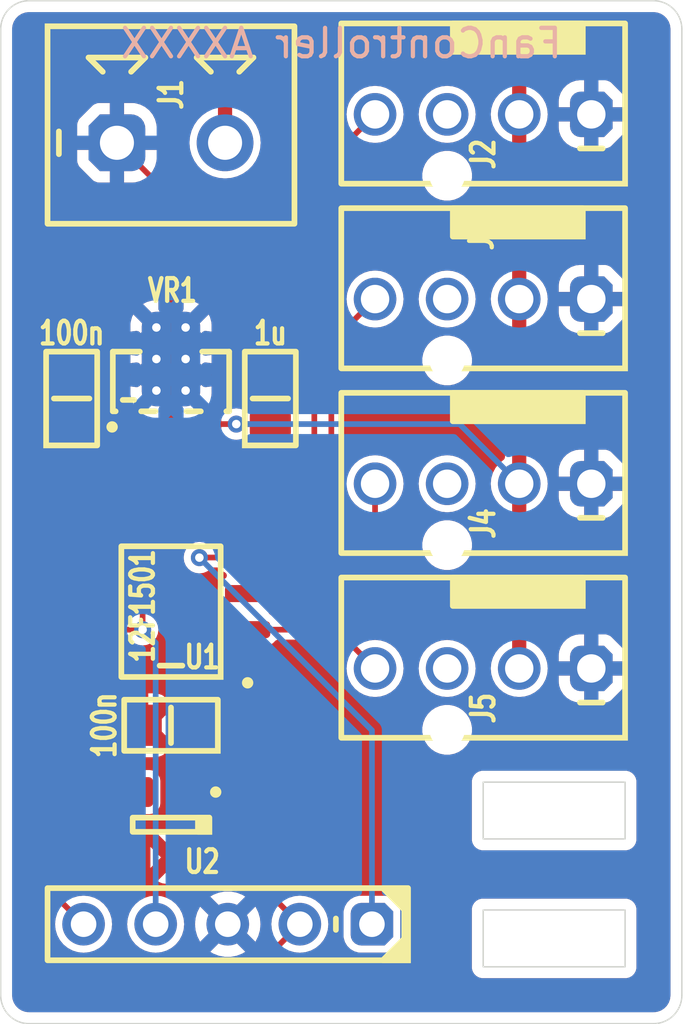
<source format=kicad_pcb>
(kicad_pcb (version 20240108) (generator "pcbnew") (generator_version "8.0")
  (layers (0 "F.Cu" signal) (31 "B.Cu" signal) (34 "B.Paste" user) (35 "F.Paste" user) (36 "B.SilkS" user "B.Silkscreen") (37 "F.SilkS" user "F.Silkscreen") (38 "B.Mask" user) (39 "F.Mask" user) (44 "Edge.Cuts" user))
  (net 0 "")
  (net 1 "GND")
  (net 2 "ICSP_VPP")
  (net 3 "+12V")
  (net 4 "OUT_PWM3")
  (net 5 "OUT_PWM4")
  (net 6 "OUT_PWM2")
  (net 7 "OUT_PWM1")
  (net 8 "ADC_TEMPERATURE")
  (net 9 "+5V")
  (footprint "Medo64:C (0805)" (layer "F.Cu") (at 21 40.5 180)
    (property "Reference" "C1" (hide yes))
    (property "Value" "100n" (at 2.35 0 90) (layer "F.SilkS") (effects (font (size 0.8 0.6) (thickness 0.15) (bold yes))))
    (fp_line (start 0 -0.625) (end 0 0.625) (stroke (width 0.2)) (layer "F.SilkS"))
    (fp_rect (start -1.65 -0.9) (end 1.65 0.9) (stroke (width 0.2)) (fill none) (layer "F.SilkS"))
    (pad "1" smd roundrect (at -0.9 0 180) (size 1.15 1.45) (layers "F.Cu" "F.Paste" "F.Mask") (net 9 "+5V"))
    (pad "2" smd roundrect (at 0.9 0 180) (size 1.15 1.45) (layers "F.Cu" "F.Paste" "F.Mask") (net 1 "GND"))
  )
  (footprint "Medo64:C (0805)" (layer "F.Cu") (at 17.5 29 90)
    (property "Reference" "C2" (hide yes))
    (property "Value" "100n" (at 2.3 0 180) (layer "F.SilkS") (effects (font (size 0.8 0.6) (thickness 0.15) (bold yes))))
    (fp_line (start 0 -0.625) (end 0 0.625) (stroke (width 0.2)) (layer "F.SilkS"))
    (fp_rect (start -1.65 -0.9) (end 1.65 0.9) (stroke (width 0.2)) (fill none) (layer "F.SilkS"))
    (pad "1" smd roundrect (at -0.9 0 90) (size 1.15 1.45) (layers "F.Cu" "F.Paste" "F.Mask") (net 9 "+5V"))
    (pad "2" smd roundrect (at 0.9 0 90) (size 1.15 1.45) (layers "F.Cu" "F.Paste" "F.Mask") (net 1 "GND"))
  )
  (footprint "Medo64:J Molex 047053 [Fan] (4w)" (layer "F.Cu") (at 32 19 180)
    (property "Reference" "J2" (at 0 -1.4 90) (layer "F.SilkS") (effects (font (size 0.8 0.6) (thickness 0.15) (bold yes))))
    (property "Value" "Fan")
    (fp_line (start -4.21 -1.2) (end -3.41 -1.2) (stroke (width 0.2)) (layer "F.SilkS"))
    (fp_rect (start -3.51 2.2) (end 1.07 3.2) (stroke (width 0.2)) (fill solid) (layer "F.SilkS"))
    (fp_rect (start -5 -2.44) (end 5 3.2) (stroke (width 0.2)) (fill none) (layer "F.SilkS"))
    (pad "" np_thru_hole circle (at 1.27 -2.16 180) (size 1.25 1.25) (drill 1.25) (layers "F&B.Cu" "*.Mask"))
    (pad "1" thru_hole roundrect (at -3.81 0 180) (size 1.5 1.6) (drill 1) (layers "*.Cu" "*.Mask") (chamfer_ratio 0.2) (chamfer top_left bottom_left) (net 1 "GND"))
    (pad "2" thru_hole circle (at -1.27 0 180) (size 1.5 1.5) (drill 1) (layers "*.Cu" "*.Mask") (net 3 "+12V"))
    (pad "3" thru_hole circle (at 1.27 0 180) (size 1.5 1.5) (drill 1) (layers "*.Cu" "*.Mask"))
    (pad "4" thru_hole circle (at 3.81 0 180) (size 1.5 1.5) (drill 1) (layers "*.Cu" "*.Mask") (net 7 "OUT_PWM1"))
  )
  (footprint "Medo64:ICSP PIC Pogo (5w)" (layer "F.Cu") (at 23 47.5 180)
    (property "Reference" "ICSP" (hide yes))
    (property "Value" "Microchip PIC" (hide yes))
    (fp_line (start -3.81 -0.2) (end -3.81 0.2) (stroke (width 0.2)) (layer "F.SilkS"))
    (fp_rect (start -6.35 -1.27) (end 6.35 1.27) (stroke (width 0.2)) (fill none) (layer "F.SilkS"))
    (fp_poly (pts (xy -6.223 -0.508) (xy -5.461 -1.27) (xy -6.35 -1.27) (xy -6.35 1.27) (xy -5.461 1.27) (xy -6.223 0.508)) (stroke (width 0.2)) (fill solid) (layer "F.SilkS"))
    (pad "1" thru_hole roundrect (at -5.08 0 180) (size 1.5 1.5) (drill 0.9) (layers "*.Cu" "*.Mask") (chamfer_ratio 0.2) (chamfer top_left bottom_left) (net 2 "ICSP_VPP"))
    (pad "2" thru_hole circle (at -2.54 0 180) (size 1.5 1.5) (drill 0.9) (layers "*.Cu" "*.Mask") (net 9 "+5V"))
    (pad "3" thru_hole circle (at 0 0 180) (size 1.5 1.5) (drill 0.9) (layers "*.Cu" "*.Mask") (net 1 "GND"))
    (pad "4" thru_hole circle (at 2.54 0 180) (size 1.5 1.5) (drill 0.9) (layers "*.Cu" "*.Mask") (net 6 "OUT_PWM2"))
    (pad "5" thru_hole circle (at 5.08 0 180) (size 1.5 1.5) (drill 0.9) (layers "*.Cu" "*.Mask") (net 8 "ADC_TEMPERATURE"))
  )
  (footprint "Medo64:U Micro [PIC12F1501] (SOIC-8)" (layer "F.Cu") (at 21 36.5 180)
    (property "Reference" "U1" (at -1.1 -1.6 180) (layer "F.SilkS") (effects (font (size 0.8 0.6))))
    (property "Value" "12F1501" (at 1 0.2 90) (layer "F.SilkS") (effects (font (size 0.8 0.6))))
    (fp_line (start -0.4 -1.9) (end 0.4 -1.9) (stroke (width 0.2)) (layer "F.SilkS"))
    (fp_rect (start -1.75 -2.3) (end 1.75 2.3) (stroke (width 0.2)) (fill none) (layer "F.SilkS"))
    (fp_circle (center -2.7 -2.505) (end -2.55 -2.505) (stroke (width 0.1)) (fill solid) (layer "F.SilkS"))
    (pad "1" smd roundrect (at -2.7 -1.905 180) (size 1.6 0.6) (layers "F.Cu" "F.Paste" "F.Mask") (chamfer_ratio 0.2) (chamfer top_left top_right) (net 9 "+5V"))
    (pad "2" smd roundrect (at -2.7 -0.635 180) (size 1.6 0.6) (layers "F.Cu" "F.Paste" "F.Mask") (net 5 "OUT_PWM4"))
    (pad "3" smd roundrect (at -2.7 0.635 180) (size 1.6 0.6) (layers "F.Cu" "F.Paste" "F.Mask") (net 4 "OUT_PWM3"))
    (pad "4" smd roundrect (at -2.7 1.905 180) (size 1.6 0.6) (layers "F.Cu" "F.Paste" "F.Mask") (net 2 "ICSP_VPP"))
    (pad "5" smd roundrect (at 2.7 1.905 180) (size 1.6 0.6) (layers "F.Cu" "F.Paste" "F.Mask") (net 7 "OUT_PWM1"))
    (pad "6" smd roundrect (at 2.7 0.635 180) (size 1.6 0.6) (layers "F.Cu" "F.Paste" "F.Mask") (net 8 "ADC_TEMPERATURE"))
    (pad "7" smd roundrect (at 2.7 -0.635 180) (size 1.6 0.6) (layers "F.Cu" "F.Paste" "F.Mask") (net 6 "OUT_PWM2"))
    (pad "8" smd roundrect (at 2.7 -1.905 180) (size 1.6 0.6) (layers "F.Cu" "F.Paste" "F.Mask") (net 1 "GND"))
  )
  (footprint "Medo64:J Molex 047053 [Fan] (4w)" (layer "F.Cu") (at 32 32 180)
    (property "Reference" "J4" (at 0 -1.4 90) (layer "F.SilkS") (effects (font (size 0.8 0.6) (thickness 0.15) (bold yes))))
    (property "Value" "Fan")
    (fp_line (start -4.21 -1.2) (end -3.41 -1.2) (stroke (width 0.2)) (layer "F.SilkS"))
    (fp_rect (start -3.51 2.2) (end 1.07 3.2) (stroke (width 0.2)) (fill solid) (layer "F.SilkS"))
    (fp_rect (start -5 -2.44) (end 5 3.2) (stroke (width 0.2)) (fill none) (layer "F.SilkS"))
    (pad "" np_thru_hole circle (at 1.27 -2.16 180) (size 1.25 1.25) (drill 1.25) (layers "F&B.Cu" "*.Mask"))
    (pad "1" thru_hole roundrect (at -3.81 0 180) (size 1.5 1.6) (drill 1) (layers "*.Cu" "*.Mask") (chamfer_ratio 0.2) (chamfer top_left bottom_left) (net 1 "GND"))
    (pad "2" thru_hole circle (at -1.27 0 180) (size 1.5 1.5) (drill 1) (layers "*.Cu" "*.Mask") (net 3 "+12V"))
    (pad "3" thru_hole circle (at 1.27 0 180) (size 1.5 1.5) (drill 1) (layers "*.Cu" "*.Mask"))
    (pad "4" thru_hole circle (at 3.81 0 180) (size 1.5 1.5) (drill 1) (layers "*.Cu" "*.Mask") (net 4 "OUT_PWM3"))
  )
  (footprint "Medo64:U Temperature Analog [MCP9701] (SOT23-3)" (layer "F.Cu") (at 21 44 180)
    (property "Reference" "U2" (at -1.1 -1.3 180) (layer "F.SilkS") (effects (font (size 0.8 0.6))))
    (property "Value" "MCP9701A" (hide yes))
    (fp_rect (start -1.35 -0.25) (end 1.35 0.25) (stroke (width 0.2)) (fill none) (layer "F.SilkS"))
    (fp_rect (start -1.35 -0.25) (end -0.95 0.25) (stroke (width 0.2)) (fill solid) (layer "F.SilkS"))
    (fp_circle (center -1.575 1.15) (end -1.425 1.15) (stroke (width 0.1)) (fill solid) (layer "F.SilkS"))
    (pad "1" smd roundrect (at -0.95 1.15 180) (size 0.65 1.05) (layers "F.Cu" "F.Paste" "F.Mask") (chamfer_ratio 0.2) (chamfer top_left bottom_left) (net 9 "+5V"))
    (pad "2" smd roundrect (at 0.95 1.15 180) (size 0.65 1.05) (layers "F.Cu" "F.Paste" "F.Mask") (net 8 "ADC_TEMPERATURE"))
    (pad "3" smd roundrect (at 0 -1.15 180) (size 0.65 1.05) (layers "F.Cu" "F.Paste" "F.Mask") (net 1 "GND"))
  )
  (footprint "Medo64:J Phoenix MCV (2w)" (layer "F.Cu") (at 21 20)
    (property "Reference" "J1" (at 0 -1.7 90) (layer "F.SilkS") (effects (font (size 0.8 0.6) (thickness 0.15) (bold yes))))
    (property "Value" "MC 1,5/2")
    (fp_line (start -3.95 -0.4) (end -3.95 0.4) (stroke (width 0.2)) (layer "F.SilkS"))
    (fp_line (start -2.905 -3) (end -2.405 -2.5) (stroke (width 0.2)) (layer "F.SilkS"))
    (fp_line (start -2.905 -3) (end -0.905 -3) (stroke (width 0.2)) (layer "F.SilkS"))
    (fp_line (start -0.905 -3) (end -1.405 -2.5) (stroke (width 0.2)) (layer "F.SilkS"))
    (fp_line (start 0.905 -3) (end 1.405 -2.5) (stroke (width 0.2)) (layer "F.SilkS"))
    (fp_line (start 0.905 -3) (end 2.905 -3) (stroke (width 0.2)) (layer "F.SilkS"))
    (fp_line (start 2.905 -3) (end 2.405 -2.5) (stroke (width 0.2)) (layer "F.SilkS"))
    (fp_rect (start -4.35 -4.1) (end 4.35 2.85) (stroke (width 0.2)) (fill none) (layer "F.SilkS"))
    (pad "1" thru_hole roundrect (at -1.905 0) (size 2 2) (drill 1.2) (layers "*.Cu" "*.Mask") (chamfer_ratio 0.2) (chamfer top_left bottom_left) (net 1 "GND"))
    (pad "2" thru_hole circle (at 1.905 0) (size 2 2) (drill 1.2) (layers "*.Cu" "*.Mask") (net 3 "+12V"))
  )
  (footprint "Medo64:J Molex 047053 [Fan] (4w)" (layer "F.Cu") (at 32 38.5 180)
    (property "Reference" "J5" (at 0 -1.4 90) (layer "F.SilkS") (effects (font (size 0.8 0.6) (thickness 0.15) (bold yes))))
    (property "Value" "Fan")
    (fp_line (start -4.21 -1.2) (end -3.41 -1.2) (stroke (width 0.2)) (layer "F.SilkS"))
    (fp_rect (start -3.51 2.2) (end 1.07 3.2) (stroke (width 0.2)) (fill solid) (layer "F.SilkS"))
    (fp_rect (start -5 -2.44) (end 5 3.2) (stroke (width 0.2)) (fill none) (layer "F.SilkS"))
    (pad "" np_thru_hole circle (at 1.27 -2.16 180) (size 1.25 1.25) (drill 1.25) (layers "F&B.Cu" "*.Mask"))
    (pad "1" thru_hole roundrect (at -3.81 0 180) (size 1.5 1.6) (drill 1) (layers "*.Cu" "*.Mask") (chamfer_ratio 0.2) (chamfer top_left bottom_left) (net 1 "GND"))
    (pad "2" thru_hole circle (at -1.27 0 180) (size 1.5 1.5) (drill 1) (layers "*.Cu" "*.Mask") (net 3 "+12V"))
    (pad "3" thru_hole circle (at 1.27 0 180) (size 1.5 1.5) (drill 1) (layers "*.Cu" "*.Mask"))
    (pad "4" thru_hole circle (at 3.81 0 180) (size 1.5 1.5) (drill 1) (layers "*.Cu" "*.Mask") (net 5 "OUT_PWM4"))
  )
  (footprint "Medo64:C (0805)" (layer "F.Cu") (at 24.5 29 90)
    (property "Reference" "C3" (hide yes))
    (property "Value" "1u" (at 2.3 0 360) (layer "F.SilkS") (effects (font (size 0.8 0.6) (thickness 0.15) (bold yes))))
    (fp_line (start 0 -0.625) (end 0 0.625) (stroke (width 0.2)) (layer "F.SilkS"))
    (fp_rect (start -1.65 -0.9) (end 1.65 0.9) (stroke (width 0.2)) (fill none) (layer "F.SilkS"))
    (pad "1" smd roundrect (at -0.9 0 90) (size 1.15 1.45) (layers "F.Cu" "F.Paste" "F.Mask") (net 3 "+12V"))
    (pad "2" smd roundrect (at 0.9 0 90) (size 1.15 1.45) (layers "F.Cu" "F.Paste" "F.Mask") (net 1 "GND"))
  )
  (footprint "Medo64:J Molex 047053 [Fan] (4w)" (layer "F.Cu") (at 32 25.5 180)
    (property "Reference" "J3" (at 0.06 2.25 90) (layer "F.SilkS") (effects (font (size 0.8 0.6) (thickness 0.15) (bold yes))))
    (property "Value" "Fan")
    (fp_line (start -4.21 -1.2) (end -3.41 -1.2) (stroke (width 0.2)) (layer "F.SilkS"))
    (fp_rect (start -3.51 2.2) (end 1.07 3.2) (stroke (width 0.2)) (fill solid) (layer "F.SilkS"))
    (fp_rect (start -5 -2.44) (end 5 3.2) (stroke (width 0.2)) (fill none) (layer "F.SilkS"))
    (pad "" np_thru_hole circle (at 1.27 -2.16 180) (size 1.25 1.25) (drill 1.25) (layers "F&B.Cu" "*.Mask"))
    (pad "1" thru_hole roundrect (at -3.81 0 180) (size 1.5 1.6) (drill 1) (layers "*.Cu" "*.Mask") (chamfer_ratio 0.2) (chamfer top_left bottom_left) (net 1 "GND"))
    (pad "2" thru_hole circle (at -1.27 0 180) (size 1.5 1.5) (drill 1) (layers "*.Cu" "*.Mask") (net 3 "+12V"))
    (pad "3" thru_hole circle (at 1.27 0 180) (size 1.5 1.5) (drill 1) (layers "*.Cu" "*.Mask"))
    (pad "4" thru_hole circle (at 3.81 0 180) (size 1.5 1.5) (drill 1) (layers "*.Cu" "*.Mask") (net 6 "OUT_PWM2"))
  )
  (footprint "Medo64:VR Linear 5V 100mA [AS78L05RTR-E1] (SOT89-3')" (layer "F.Cu") (at 21 30)
    (property "Reference" "VR1" (at 0.05 -4.8 180) (layer "F.SilkS") (effects (font (size 0.8 0.6))))
    (property "Value" "AS78L05RTR" (hide yes))
    (fp_line (start -2.05 -2.65) (end -1.1 -2.65) (stroke (width 0.2)) (layer "F.SilkS"))
    (fp_line (start -2.05 -0.55) (end -2.05 -2.65) (stroke (width 0.2)) (layer "F.SilkS"))
    (fp_line (start -2.05 -0.55) (end -1.95 -0.55) (stroke (width 0.2)) (layer "F.SilkS"))
    (fp_line (start -1.3 -0.95) (end -1.7 -0.95) (stroke (width 0.2)) (layer "F.SilkS"))
    (fp_line (start -1.05 -0.55) (end -0.55 -0.55) (stroke (width 0.2)) (layer "F.SilkS"))
    (fp_line (start 1.05 -0.55) (end 0.55 -0.55) (stroke (width 0.2)) (layer "F.SilkS"))
    (fp_line (start 2.05 -2.65) (end 1.1 -2.65) (stroke (width 0.2)) (layer "F.SilkS"))
    (fp_line (start 2.05 -0.55) (end 1.95 -0.55) (stroke (width 0.2)) (layer "F.SilkS"))
    (fp_line (start 2.05 -0.55) (end 2.05 -2.65) (stroke (width 0.2)) (layer "F.SilkS"))
    (fp_circle (center -2.075 0) (end -1.925 0) (stroke (width 0.1)) (fill solid) (layer "F.SilkS"))
    (pad "1" smd roundrect (at -1.5 0) (size 0.55 1.3) (layers "F.Cu" "F.Paste" "F.Mask") (chamfer_ratio 0.2) (chamfer top_left bottom_left) (net 9 "+5V"))
    (pad "2" thru_hole roundrect (at -0.515 -3.5) (size 1.03 1.11) (drill 0.3) (layers "*.Cu" "F.Paste" "F.Mask") (roundrect_rratio 0.5) (chamfer_ratio 0) (chamfer top_right bottom_left bottom_right) (net 1 "GND"))
    (pad "2" thru_hole rect (at -0.515 -2.39) (size 1.03 1.11) (drill 0.3) (layers "*.Cu" "F.Paste" "F.Mask") (net 1 "GND"))
    (pad "2" thru_hole roundrect (at -0.515 -1.28) (size 1.03 1.11) (drill 0.3) (layers "*.Cu" "F.Paste" "F.Mask") (roundrect_rratio 0.5) (chamfer_ratio 0) (chamfer top_left top_right bottom_right) (net 1 "GND"))
    (pad "2" smd roundrect (at 0 -0.2) (size 0.8 1.7) (layers "F.Cu" "F.Paste" "F.Mask") (net 1 "GND"))
    (pad "2" thru_hole roundrect (at 0.515 -3.5) (size 1.03 1.11) (drill 0.3) (layers "*.Cu" "F.Paste" "F.Mask") (roundrect_rratio 0.5) (chamfer_ratio 0) (chamfer top_left bottom_left bottom_right) (net 1 "GND"))
    (pad "2" thru_hole rect (at 0.515 -2.39) (size 1.03 1.11) (drill 0.3) (layers "*.Cu" "F.Paste" "F.Mask") (net 1 "GND"))
    (pad "2" thru_hole roundrect (at 0.515 -1.28) (size 1.03 1.11) (drill 0.3) (layers "*.Cu" "F.Paste" "F.Mask") (roundrect_rratio 0.5) (chamfer_ratio 0) (chamfer top_left top_right bottom_left) (net 1 "GND"))
    (pad "3" smd roundrect (at 1.5 0) (size 0.55 1.3) (layers "F.Cu" "F.Paste" "F.Mask") (chamfer_ratio 0.2) (chamfer) (net 3 "+12V"))
  )
  (gr_arc (start 39 50) (mid 38.707107 50.707107) (end 38 51) (stroke (width 0.05)) (layer "Edge.Cuts"))
  (gr_rect (start 32 47) (end 37 49) (stroke (width 0.05)) (fill none) (layer "Edge.Cuts"))
  (gr_arc (start 16 51) (mid 15.292893 50.707107) (end 15 50) (stroke (width 0.05)) (layer "Edge.Cuts"))
  (gr_rect (start 32 42.5) (end 37 44.5) (stroke (width 0.05)) (fill none) (layer "Edge.Cuts"))
  (gr_arc (start 15 16) (mid 15.292893 15.292893) (end 16 15) (stroke (width 0.05)) (layer "Edge.Cuts"))
  (gr_line (start 39 16) (end 39 50) (stroke (width 0.05)) (layer "Edge.Cuts"))
  (gr_line (start 15 16) (end 15 50) (stroke (width 0.05)) (layer "Edge.Cuts"))
  (gr_line (start 16 51) (end 38 51) (stroke (width 0.05)) (layer "Edge.Cuts"))
  (gr_arc (start 38 15) (mid 38.707107 15.292893) (end 39 16) (stroke (width 0.05)) (layer "Edge.Cuts"))
  (gr_line (start 16 15) (end 38 15) (stroke (width 0.05)) (layer "Edge.Cuts"))
  (gr_text "FanController AXXXX" (at 27 16.5 0) (layer "B.SilkS") (effects (font (size 1 1)) (justify mirror)))
  (segment (start 21.1 45.6) (end 23 47.5) (width 0.2) (layer "F.Cu") (net 1))
  (segment (start 21 21.905) (end 19.095 20) (width 0.2) (layer "F.Cu") (net 1))
  (segment (start 35.81 17.01) (end 35.81 19) (width 0.5) (layer "F.Cu") (net 1))
  (segment (start 34.95 16.15) (end 35.81 17.01) (width 0.5) (layer "F.Cu") (net 1))
  (segment (start 21 41.4) (end 20.1 40.5) (width 0.2) (layer "F.Cu") (net 1))
  (segment (start 17.5 28.1) (end 20.895 28.1) (width 0.2) (layer "F.Cu") (net 1))
  (segment (start 35.81 32) (end 35.81 38.5) (width 0.5) (layer "F.Cu") (net 1))
  (segment (start 20.1 40.5) (end 20.1 39.1) (width 0.2) (layer "F.Cu") (net 1))
  (segment (start 21 29.8) (end 21 21.905) (width 0.2) (layer "F.Cu") (net 1))
  (segment (start 21 45.15) (end 21 41.4) (width 0.2) (layer "F.Cu") (net 1))
  (segment (start 19.405 38.405) (end 18.3 38.405) (width 0.2) (layer "F.Cu") (net 1))
  (segment (start 20.1 39.1) (end 19.405 38.405) (width 0.2) (layer "F.Cu") (net 1))
  (segment (start 20.895 28.1) (end 21.515 28.72) (width 0.2) (layer "F.Cu") (net 1))
  (segment (start 20.25 16.15) (end 34.95 16.15) (width 0.5) (layer "F.Cu") (net 1))
  (segment (start 35.81 25.5) (end 35.81 19) (width 0.5) (layer "F.Cu") (net 1))
  (segment (start 21.105 28.1) (end 20.485 28.72) (width 0.2) (layer "F.Cu") (net 1))
  (segment (start 19.095 17.305) (end 20.25 16.15) (width 0.5) (layer "F.Cu") (net 1))
  (segment (start 21.1 45.25) (end 21.1 45.6) (width 0.2) (layer "F.Cu") (net 1))
  (segment (start 24.5 28.1) (end 21.105 28.1) (width 0.2) (layer "F.Cu") (net 1))
  (segment (start 35.81 25.5) (end 35.81 32) (width 0.5) (layer "F.Cu") (net 1))
  (segment (start 19.095 20) (end 19.095 17.305) (width 0.5) (layer "F.Cu") (net 1))
  (segment (start 23.7 34.595) (end 22.005 34.595) (width 0.2) (layer "F.Cu") (net 2))
  (segment (start 22.005 34.595) (end 22 34.6) (width 0.2) (layer "F.Cu") (net 2))
  (via (at 22 34.6) (size 0.6) (drill 0.3) (layers "F.Cu" "B.Cu") (net 2))
  (segment (start 28.08 47.5) (end 28.08 40.68) (width 0.2) (layer "B.Cu") (net 2))
  (segment (start 28.08 40.68) (end 22 34.6) (width 0.2) (layer "B.Cu") (net 2))
  (segment (start 33.27 25.5) (end 33.27 19) (width 0.5) (layer "F.Cu") (net 3))
  (segment (start 24.5 29.9) (end 23.3 29.9) (width 0.2) (layer "F.Cu") (net 3))
  (segment (start 32.65 17.15) (end 23.45 17.15) (width 0.5) (layer "F.Cu") (net 3))
  (segment (start 23.45 17.15) (end 22.905 17.695) (width 0.5) (layer "F.Cu") (net 3))
  (segment (start 33.27 17.77) (end 32.65 17.15) (width 0.5) (layer "F.Cu") (net 3))
  (segment (start 33.27 32) (end 33.27 25.5) (width 0.5) (layer "F.Cu") (net 3))
  (segment (start 33.27 38.5) (end 33.27 32) (width 0.5) (layer "F.Cu") (net 3))
  (segment (start 33.27 19) (end 33.27 17.77) (width 0.5) (layer "F.Cu") (net 3))
  (segment (start 24.5 29.9) (end 22.6 29.9) (width 0.2) (layer "F.Cu") (net 3))
  (segment (start 22.905 17.695) (end 22.905 20) (width 0.5) (layer "F.Cu") (net 3))
  (via (at 23.3 29.9) (size 0.6) (drill 0.3) (layers "F.Cu" "B.Cu") (net 3))
  (segment (start 31.17 29.9) (end 23.3 29.9) (width 0.2) (layer "B.Cu") (net 3))
  (segment (start 33.27 32) (end 31.17 29.9) (width 0.2) (layer "B.Cu") (net 3))
  (segment (start 26.785 35.865) (end 28.19 34.46) (width 0.2) (layer "F.Cu") (net 4))
  (segment (start 28.19 34.46) (end 28.19 32) (width 0.2) (layer "F.Cu") (net 4))
  (segment (start 23.7 35.865) (end 26.785 35.865) (width 0.2) (layer "F.Cu") (net 4))
  (segment (start 23.7 37.135) (end 26.825 37.135) (width 0.2) (layer "F.Cu") (net 5))
  (segment (start 26.825 37.135) (end 28.19 38.5) (width 0.2) (layer "F.Cu") (net 5))
  (segment (start 20 34.3) (end 21.15 33.15) (width 0.2) (layer "F.Cu") (net 6))
  (segment (start 26.65 27.04) (end 28.19 25.5) (width 0.2) (layer "F.Cu") (net 6))
  (segment (start 25.45 33.15) (end 26.65 31.95) (width 0.2) (layer "F.Cu") (net 6))
  (segment (start 21.15 33.15) (end 25.45 33.15) (width 0.2) (layer "F.Cu") (net 6))
  (segment (start 26.65 31.95) (end 26.65 27.04) (width 0.2) (layer "F.Cu") (net 6))
  (segment (start 20 37.135) (end 20 34.3) (width 0.2) (layer "F.Cu") (net 6))
  (segment (start 18.3 37.135) (end 20 37.135) (width 0.2) (layer "F.Cu") (net 6))
  (via (at 20 37.135) (size 0.6) (drill 0.3) (layers "F.Cu" "B.Cu") (net 6))
  (segment (start 20.46 47.5) (end 20.46 37.595) (width 0.2) (layer "B.Cu") (net 6))
  (segment (start 20.46 37.595) (end 20 37.135) (width 0.2) (layer "B.Cu") (net 6))
  (segment (start 25.15 32.5) (end 26.05 31.6) (width 0.2) (layer "F.Cu") (net 7))
  (segment (start 26.05 21.14) (end 28.19 19) (width 0.2) (layer "F.Cu") (net 7))
  (segment (start 18.755 34.595) (end 20.85 32.5) (width 0.2) (layer "F.Cu") (net 7))
  (segment (start 26.05 31.6) (end 26.05 21.14) (width 0.2) (layer "F.Cu") (net 7))
  (segment (start 20.85 32.5) (end 25.15 32.5) (width 0.2) (layer "F.Cu") (net 7))
  (segment (start 18.3 35.865) (end 16.785 35.865) (width 0.2) (layer "F.Cu") (net 8))
  (segment (start 16.25 45.83) (end 16.25 42.85) (width 0.2) (layer "F.Cu") (net 8))
  (segment (start 16.785 35.865) (end 16.25 36.4) (width 0.2) (layer "F.Cu") (net 8))
  (segment (start 16.25 42.85) (end 16.55 42.85) (width 0.2) (layer "F.Cu") (net 8))
  (segment (start 16.55 42.85) (end 17.9 42.85) (width 0.2) (layer "F.Cu") (net 8))
  (segment (start 16.25 36.4) (end 16.25 42.85) (width 0.2) (layer "F.Cu") (net 8))
  (segment (start 17.92 47.5) (end 16.25 45.83) (width 0.2) (layer "F.Cu") (net 8))
  (segment (start 20.05 42.85) (end 17.9 42.85) (width 0.2) (layer "F.Cu") (net 8))
  (segment (start 16.15 29.9) (end 15.75 30.3) (width 0.2) (layer "F.Cu") (net 9))
  (segment (start 17.5 29.9) (end 16.15 29.9) (width 0.2) (layer "F.Cu") (net 9))
  (segment (start 15.75 30.3) (end 15.75 48.6) (width 0.2) (layer "F.Cu") (net 9))
  (segment (start 17.5 29.9) (end 19.4 29.9) (width 0.2) (layer "F.Cu") (net 9))
  (segment (start 22.595 38.405) (end 21.9 39.1) (width 0.2) (layer "F.Cu") (net 9))
  (segment (start 21.9 39.1) (end 21.9 42.8) (width 0.2) (layer "F.Cu") (net 9))
  (segment (start 23.7 38.405) (end 22.595 38.405) (width 0.2) (layer "F.Cu") (net 9))
  (segment (start 16.45 49.3) (end 23.74 49.3) (width 0.2) (layer "F.Cu") (net 9))
  (segment (start 23.74 49.3) (end 25.54 47.5) (width 0.2) (layer "F.Cu") (net 9))
  (segment (start 21.95 43.91) (end 25.54 47.5) (width 0.2) (layer "F.Cu") (net 9))
  (segment (start 21.95 42.85) (end 21.95 43.91) (width 0.2) (layer "F.Cu") (net 9))
  (segment (start 15.75 48.6) (end 16.45 49.3) (width 0.2) (layer "F.Cu") (net 9))
  (zone (net 1) (net_name "GND") (layers "F&B.Cu") (connect_pads (clearance 0.25)) (min_thickness 0.25) (fill yes (thermal_gap 0.4) (thermal_bridge_width 0.5))
    (polygon (pts (xy 15 15) (xy 15 51) (xy 39 51) (xy 39.2 15)))
  )
)
</source>
